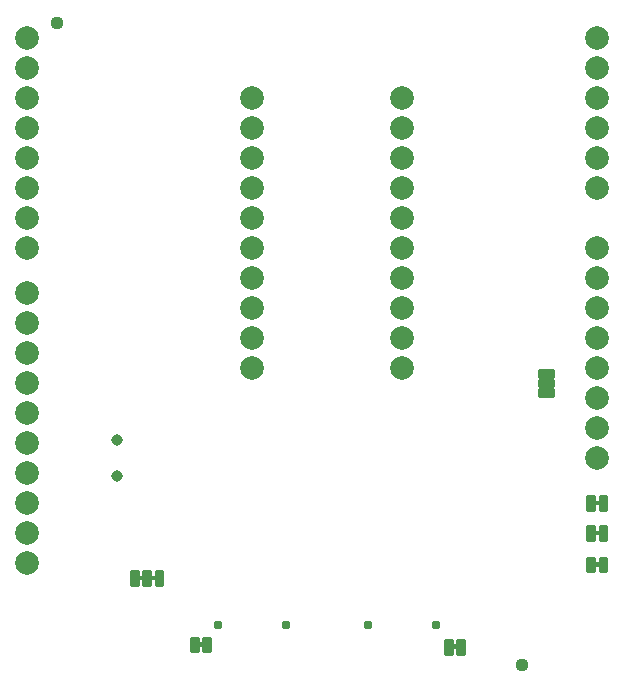
<source format=gbs>
G04 EAGLE Gerber RS-274X export*
G75*
%MOMM*%
%FSLAX34Y34*%
%LPD*%
%INSoldermask Bottom*%
%IPPOS*%
%AMOC8*
5,1,8,0,0,1.08239X$1,22.5*%
G01*
%ADD10C,0.228344*%
%ADD11C,1.127000*%
%ADD12C,2.006600*%
%ADD13C,0.777000*%
%ADD14C,0.977000*%
%ADD15C,0.228600*%

G36*
X509970Y150507D02*
X509970Y150507D01*
X510036Y150509D01*
X510079Y150527D01*
X510126Y150535D01*
X510183Y150569D01*
X510243Y150594D01*
X510278Y150625D01*
X510319Y150650D01*
X510361Y150701D01*
X510409Y150745D01*
X510431Y150787D01*
X510460Y150824D01*
X510481Y150886D01*
X510512Y150945D01*
X510520Y150999D01*
X510532Y151036D01*
X510531Y151076D01*
X510539Y151130D01*
X510539Y153670D01*
X510528Y153735D01*
X510526Y153801D01*
X510508Y153844D01*
X510500Y153891D01*
X510466Y153948D01*
X510441Y154008D01*
X510410Y154043D01*
X510385Y154084D01*
X510334Y154126D01*
X510290Y154174D01*
X510248Y154196D01*
X510211Y154225D01*
X510149Y154246D01*
X510090Y154277D01*
X510036Y154285D01*
X509999Y154297D01*
X509959Y154296D01*
X509905Y154304D01*
X506095Y154304D01*
X506030Y154293D01*
X505964Y154291D01*
X505921Y154273D01*
X505874Y154265D01*
X505817Y154231D01*
X505757Y154206D01*
X505722Y154175D01*
X505681Y154150D01*
X505640Y154099D01*
X505591Y154055D01*
X505569Y154013D01*
X505540Y153976D01*
X505519Y153914D01*
X505488Y153855D01*
X505480Y153801D01*
X505468Y153764D01*
X505468Y153761D01*
X505469Y153724D01*
X505461Y153670D01*
X505461Y151130D01*
X505472Y151065D01*
X505474Y150999D01*
X505492Y150956D01*
X505500Y150909D01*
X505534Y150852D01*
X505559Y150792D01*
X505590Y150757D01*
X505615Y150716D01*
X505666Y150675D01*
X505710Y150626D01*
X505752Y150604D01*
X505789Y150575D01*
X505851Y150554D01*
X505910Y150523D01*
X505964Y150515D01*
X506001Y150503D01*
X506041Y150504D01*
X506095Y150496D01*
X509905Y150496D01*
X509970Y150507D01*
G37*
G36*
X509970Y125107D02*
X509970Y125107D01*
X510036Y125109D01*
X510079Y125127D01*
X510126Y125135D01*
X510183Y125169D01*
X510243Y125194D01*
X510278Y125225D01*
X510319Y125250D01*
X510361Y125301D01*
X510409Y125345D01*
X510431Y125387D01*
X510460Y125424D01*
X510481Y125486D01*
X510512Y125545D01*
X510520Y125599D01*
X510532Y125636D01*
X510531Y125676D01*
X510539Y125730D01*
X510539Y128270D01*
X510528Y128335D01*
X510526Y128401D01*
X510508Y128444D01*
X510500Y128491D01*
X510466Y128548D01*
X510441Y128608D01*
X510410Y128643D01*
X510385Y128684D01*
X510334Y128726D01*
X510290Y128774D01*
X510248Y128796D01*
X510211Y128825D01*
X510149Y128846D01*
X510090Y128877D01*
X510036Y128885D01*
X509999Y128897D01*
X509959Y128896D01*
X509905Y128904D01*
X506095Y128904D01*
X506030Y128893D01*
X505964Y128891D01*
X505921Y128873D01*
X505874Y128865D01*
X505817Y128831D01*
X505757Y128806D01*
X505722Y128775D01*
X505681Y128750D01*
X505640Y128699D01*
X505591Y128655D01*
X505569Y128613D01*
X505540Y128576D01*
X505519Y128514D01*
X505488Y128455D01*
X505480Y128401D01*
X505468Y128364D01*
X505468Y128361D01*
X505469Y128324D01*
X505461Y128270D01*
X505461Y125730D01*
X505472Y125665D01*
X505474Y125599D01*
X505492Y125556D01*
X505500Y125509D01*
X505534Y125452D01*
X505559Y125392D01*
X505590Y125357D01*
X505615Y125316D01*
X505666Y125275D01*
X505710Y125226D01*
X505752Y125204D01*
X505789Y125175D01*
X505851Y125154D01*
X505910Y125123D01*
X505964Y125115D01*
X506001Y125103D01*
X506041Y125104D01*
X506095Y125096D01*
X509905Y125096D01*
X509970Y125107D01*
G37*
G36*
X509970Y98437D02*
X509970Y98437D01*
X510036Y98439D01*
X510079Y98457D01*
X510126Y98465D01*
X510183Y98499D01*
X510243Y98524D01*
X510278Y98555D01*
X510319Y98580D01*
X510361Y98631D01*
X510409Y98675D01*
X510431Y98717D01*
X510460Y98754D01*
X510481Y98816D01*
X510512Y98875D01*
X510520Y98929D01*
X510532Y98966D01*
X510531Y99006D01*
X510539Y99060D01*
X510539Y101600D01*
X510528Y101665D01*
X510526Y101731D01*
X510508Y101774D01*
X510500Y101821D01*
X510466Y101878D01*
X510441Y101938D01*
X510410Y101973D01*
X510385Y102014D01*
X510334Y102056D01*
X510290Y102104D01*
X510248Y102126D01*
X510211Y102155D01*
X510149Y102176D01*
X510090Y102207D01*
X510036Y102215D01*
X509999Y102227D01*
X509959Y102226D01*
X509905Y102234D01*
X506095Y102234D01*
X506030Y102223D01*
X505964Y102221D01*
X505921Y102203D01*
X505874Y102195D01*
X505817Y102161D01*
X505757Y102136D01*
X505722Y102105D01*
X505681Y102080D01*
X505640Y102029D01*
X505591Y101985D01*
X505569Y101943D01*
X505540Y101906D01*
X505519Y101844D01*
X505488Y101785D01*
X505480Y101731D01*
X505468Y101694D01*
X505468Y101691D01*
X505469Y101654D01*
X505461Y101600D01*
X505461Y99060D01*
X505472Y98995D01*
X505474Y98929D01*
X505492Y98886D01*
X505500Y98839D01*
X505534Y98782D01*
X505559Y98722D01*
X505590Y98687D01*
X505615Y98646D01*
X505666Y98605D01*
X505710Y98556D01*
X505752Y98534D01*
X505789Y98505D01*
X505851Y98484D01*
X505910Y98453D01*
X505964Y98445D01*
X506001Y98433D01*
X506041Y98434D01*
X506095Y98426D01*
X509905Y98426D01*
X509970Y98437D01*
G37*
G36*
X134050Y87007D02*
X134050Y87007D01*
X134116Y87009D01*
X134159Y87027D01*
X134206Y87035D01*
X134263Y87069D01*
X134323Y87094D01*
X134358Y87125D01*
X134399Y87150D01*
X134441Y87201D01*
X134489Y87245D01*
X134511Y87287D01*
X134540Y87324D01*
X134561Y87386D01*
X134592Y87445D01*
X134600Y87499D01*
X134612Y87536D01*
X134611Y87576D01*
X134619Y87630D01*
X134619Y90170D01*
X134608Y90235D01*
X134606Y90301D01*
X134588Y90344D01*
X134580Y90391D01*
X134546Y90448D01*
X134521Y90508D01*
X134490Y90543D01*
X134465Y90584D01*
X134414Y90626D01*
X134370Y90674D01*
X134328Y90696D01*
X134291Y90725D01*
X134229Y90746D01*
X134170Y90777D01*
X134116Y90785D01*
X134079Y90797D01*
X134039Y90796D01*
X133985Y90804D01*
X130175Y90804D01*
X130110Y90793D01*
X130044Y90791D01*
X130001Y90773D01*
X129954Y90765D01*
X129897Y90731D01*
X129837Y90706D01*
X129802Y90675D01*
X129761Y90650D01*
X129720Y90599D01*
X129671Y90555D01*
X129649Y90513D01*
X129620Y90476D01*
X129599Y90414D01*
X129568Y90355D01*
X129560Y90301D01*
X129548Y90264D01*
X129548Y90261D01*
X129549Y90224D01*
X129541Y90170D01*
X129541Y87630D01*
X129552Y87565D01*
X129554Y87499D01*
X129572Y87456D01*
X129580Y87409D01*
X129614Y87352D01*
X129639Y87292D01*
X129670Y87257D01*
X129695Y87216D01*
X129746Y87175D01*
X129790Y87126D01*
X129832Y87104D01*
X129869Y87075D01*
X129931Y87054D01*
X129990Y87023D01*
X130044Y87015D01*
X130081Y87003D01*
X130121Y87004D01*
X130175Y86996D01*
X133985Y86996D01*
X134050Y87007D01*
G37*
G36*
X123890Y87007D02*
X123890Y87007D01*
X123956Y87009D01*
X123999Y87027D01*
X124046Y87035D01*
X124103Y87069D01*
X124163Y87094D01*
X124198Y87125D01*
X124239Y87150D01*
X124281Y87201D01*
X124329Y87245D01*
X124351Y87287D01*
X124380Y87324D01*
X124401Y87386D01*
X124432Y87445D01*
X124440Y87499D01*
X124452Y87536D01*
X124451Y87576D01*
X124459Y87630D01*
X124459Y90170D01*
X124448Y90235D01*
X124446Y90301D01*
X124428Y90344D01*
X124420Y90391D01*
X124386Y90448D01*
X124361Y90508D01*
X124330Y90543D01*
X124305Y90584D01*
X124254Y90626D01*
X124210Y90674D01*
X124168Y90696D01*
X124131Y90725D01*
X124069Y90746D01*
X124010Y90777D01*
X123956Y90785D01*
X123919Y90797D01*
X123879Y90796D01*
X123825Y90804D01*
X120015Y90804D01*
X119950Y90793D01*
X119884Y90791D01*
X119841Y90773D01*
X119794Y90765D01*
X119737Y90731D01*
X119677Y90706D01*
X119642Y90675D01*
X119601Y90650D01*
X119560Y90599D01*
X119511Y90555D01*
X119489Y90513D01*
X119460Y90476D01*
X119439Y90414D01*
X119408Y90355D01*
X119400Y90301D01*
X119388Y90264D01*
X119388Y90261D01*
X119389Y90224D01*
X119381Y90170D01*
X119381Y87630D01*
X119392Y87565D01*
X119394Y87499D01*
X119412Y87456D01*
X119420Y87409D01*
X119454Y87352D01*
X119479Y87292D01*
X119510Y87257D01*
X119535Y87216D01*
X119586Y87175D01*
X119630Y87126D01*
X119672Y87104D01*
X119709Y87075D01*
X119771Y87054D01*
X119830Y87023D01*
X119884Y87015D01*
X119921Y87003D01*
X119961Y87004D01*
X120015Y86996D01*
X123825Y86996D01*
X123890Y87007D01*
G37*
G36*
X174436Y30619D02*
X174436Y30619D01*
X174502Y30621D01*
X174545Y30639D01*
X174592Y30647D01*
X174649Y30681D01*
X174709Y30706D01*
X174744Y30737D01*
X174785Y30762D01*
X174827Y30813D01*
X174875Y30857D01*
X174897Y30899D01*
X174926Y30936D01*
X174947Y30998D01*
X174978Y31057D01*
X174986Y31111D01*
X174998Y31148D01*
X174997Y31188D01*
X175005Y31242D01*
X175005Y33782D01*
X174994Y33847D01*
X174992Y33913D01*
X174974Y33956D01*
X174966Y34003D01*
X174932Y34060D01*
X174907Y34120D01*
X174876Y34155D01*
X174851Y34196D01*
X174800Y34238D01*
X174756Y34286D01*
X174714Y34308D01*
X174677Y34337D01*
X174615Y34358D01*
X174556Y34389D01*
X174502Y34397D01*
X174465Y34409D01*
X174425Y34408D01*
X174371Y34416D01*
X170561Y34416D01*
X170496Y34405D01*
X170430Y34403D01*
X170387Y34385D01*
X170340Y34377D01*
X170283Y34343D01*
X170223Y34318D01*
X170188Y34287D01*
X170147Y34262D01*
X170106Y34211D01*
X170057Y34167D01*
X170035Y34125D01*
X170006Y34088D01*
X169985Y34026D01*
X169954Y33967D01*
X169946Y33913D01*
X169934Y33876D01*
X169934Y33873D01*
X169935Y33836D01*
X169927Y33782D01*
X169927Y31242D01*
X169938Y31177D01*
X169940Y31111D01*
X169958Y31068D01*
X169966Y31021D01*
X170000Y30964D01*
X170025Y30904D01*
X170056Y30869D01*
X170081Y30828D01*
X170132Y30787D01*
X170176Y30738D01*
X170218Y30716D01*
X170255Y30687D01*
X170317Y30666D01*
X170376Y30635D01*
X170430Y30627D01*
X170467Y30615D01*
X170507Y30616D01*
X170561Y30608D01*
X174371Y30608D01*
X174436Y30619D01*
G37*
G36*
X389574Y28841D02*
X389574Y28841D01*
X389640Y28843D01*
X389683Y28861D01*
X389730Y28869D01*
X389787Y28903D01*
X389847Y28928D01*
X389882Y28959D01*
X389923Y28984D01*
X389965Y29035D01*
X390013Y29079D01*
X390035Y29121D01*
X390064Y29158D01*
X390085Y29220D01*
X390116Y29279D01*
X390124Y29333D01*
X390136Y29370D01*
X390135Y29410D01*
X390143Y29464D01*
X390143Y32004D01*
X390132Y32069D01*
X390130Y32135D01*
X390112Y32178D01*
X390104Y32225D01*
X390070Y32282D01*
X390045Y32342D01*
X390014Y32377D01*
X389989Y32418D01*
X389938Y32460D01*
X389894Y32508D01*
X389852Y32530D01*
X389815Y32559D01*
X389753Y32580D01*
X389694Y32611D01*
X389640Y32619D01*
X389603Y32631D01*
X389563Y32630D01*
X389509Y32638D01*
X385699Y32638D01*
X385634Y32627D01*
X385568Y32625D01*
X385525Y32607D01*
X385478Y32599D01*
X385421Y32565D01*
X385361Y32540D01*
X385326Y32509D01*
X385285Y32484D01*
X385244Y32433D01*
X385195Y32389D01*
X385173Y32347D01*
X385144Y32310D01*
X385123Y32248D01*
X385092Y32189D01*
X385084Y32135D01*
X385072Y32098D01*
X385072Y32095D01*
X385073Y32058D01*
X385065Y32004D01*
X385065Y29464D01*
X385076Y29399D01*
X385078Y29333D01*
X385096Y29290D01*
X385104Y29243D01*
X385138Y29186D01*
X385163Y29126D01*
X385194Y29091D01*
X385219Y29050D01*
X385270Y29009D01*
X385314Y28960D01*
X385356Y28938D01*
X385393Y28909D01*
X385455Y28888D01*
X385514Y28857D01*
X385568Y28849D01*
X385605Y28837D01*
X385645Y28838D01*
X385699Y28830D01*
X389509Y28830D01*
X389574Y28841D01*
G37*
D10*
X134618Y94744D02*
X140210Y94744D01*
X140210Y83056D01*
X134618Y83056D01*
X134618Y94744D01*
X134618Y85225D02*
X140210Y85225D01*
X140210Y87394D02*
X134618Y87394D01*
X134618Y89563D02*
X140210Y89563D01*
X140210Y91732D02*
X134618Y91732D01*
X134618Y93901D02*
X140210Y93901D01*
X129796Y94744D02*
X124204Y94744D01*
X129796Y94744D02*
X129796Y83056D01*
X124204Y83056D01*
X124204Y94744D01*
X124204Y85225D02*
X129796Y85225D01*
X129796Y87394D02*
X124204Y87394D01*
X124204Y89563D02*
X129796Y89563D01*
X129796Y91732D02*
X124204Y91732D01*
X124204Y93901D02*
X129796Y93901D01*
X119382Y94744D02*
X113790Y94744D01*
X119382Y94744D02*
X119382Y83056D01*
X113790Y83056D01*
X113790Y94744D01*
X113790Y85225D02*
X119382Y85225D01*
X119382Y87394D02*
X113790Y87394D01*
X113790Y89563D02*
X119382Y89563D01*
X119382Y91732D02*
X113790Y91732D01*
X113790Y93901D02*
X119382Y93901D01*
D11*
X50800Y558800D03*
X444500Y15240D03*
D12*
X342900Y495300D03*
X342900Y469900D03*
X342900Y444500D03*
X342900Y419100D03*
X342900Y393700D03*
X342900Y368300D03*
X342900Y342900D03*
X342900Y317500D03*
X342900Y292100D03*
X342900Y266700D03*
X215900Y495300D03*
X215900Y469900D03*
X215900Y444500D03*
X215900Y419100D03*
X215900Y393700D03*
X215900Y368300D03*
X215900Y342900D03*
X215900Y317500D03*
X215900Y292100D03*
X215900Y266700D03*
D10*
X510411Y106174D02*
X516003Y106174D01*
X516003Y94486D01*
X510411Y94486D01*
X510411Y106174D01*
X510411Y96655D02*
X516003Y96655D01*
X516003Y98824D02*
X510411Y98824D01*
X510411Y100993D02*
X516003Y100993D01*
X516003Y103162D02*
X510411Y103162D01*
X510411Y105331D02*
X516003Y105331D01*
X505589Y106174D02*
X499997Y106174D01*
X505589Y106174D02*
X505589Y94486D01*
X499997Y94486D01*
X499997Y106174D01*
X499997Y96655D02*
X505589Y96655D01*
X505589Y98824D02*
X499997Y98824D01*
X499997Y100993D02*
X505589Y100993D01*
X505589Y103162D02*
X499997Y103162D01*
X499997Y105331D02*
X505589Y105331D01*
X510411Y158244D02*
X516003Y158244D01*
X516003Y146556D01*
X510411Y146556D01*
X510411Y158244D01*
X510411Y148725D02*
X516003Y148725D01*
X516003Y150894D02*
X510411Y150894D01*
X510411Y153063D02*
X516003Y153063D01*
X516003Y155232D02*
X510411Y155232D01*
X510411Y157401D02*
X516003Y157401D01*
X505589Y158244D02*
X499997Y158244D01*
X505589Y158244D02*
X505589Y146556D01*
X499997Y146556D01*
X499997Y158244D01*
X499997Y148725D02*
X505589Y148725D01*
X505589Y150894D02*
X499997Y150894D01*
X499997Y153063D02*
X505589Y153063D01*
X505589Y155232D02*
X499997Y155232D01*
X499997Y157401D02*
X505589Y157401D01*
X510411Y132844D02*
X516003Y132844D01*
X516003Y121156D01*
X510411Y121156D01*
X510411Y132844D01*
X510411Y123325D02*
X516003Y123325D01*
X516003Y125494D02*
X510411Y125494D01*
X510411Y127663D02*
X516003Y127663D01*
X516003Y129832D02*
X510411Y129832D01*
X510411Y132001D02*
X516003Y132001D01*
X505589Y132844D02*
X499997Y132844D01*
X505589Y132844D02*
X505589Y121156D01*
X499997Y121156D01*
X499997Y132844D01*
X499997Y123325D02*
X505589Y123325D01*
X505589Y125494D02*
X499997Y125494D01*
X499997Y127663D02*
X505589Y127663D01*
X505589Y129832D02*
X499997Y129832D01*
X499997Y132001D02*
X505589Y132001D01*
D13*
X314000Y49050D03*
X371800Y49050D03*
D10*
X390015Y36578D02*
X395607Y36578D01*
X395607Y24890D01*
X390015Y24890D01*
X390015Y36578D01*
X390015Y27059D02*
X395607Y27059D01*
X395607Y29228D02*
X390015Y29228D01*
X390015Y31397D02*
X395607Y31397D01*
X395607Y33566D02*
X390015Y33566D01*
X390015Y35735D02*
X395607Y35735D01*
X385193Y36578D02*
X379601Y36578D01*
X385193Y36578D02*
X385193Y24890D01*
X379601Y24890D01*
X379601Y36578D01*
X379601Y27059D02*
X385193Y27059D01*
X385193Y29228D02*
X379601Y29228D01*
X379601Y31397D02*
X385193Y31397D01*
X385193Y33566D02*
X379601Y33566D01*
X379601Y35735D02*
X385193Y35735D01*
D12*
X508000Y241300D03*
X508000Y266700D03*
X508000Y292100D03*
X508000Y317500D03*
X508000Y342900D03*
X508000Y368300D03*
X508000Y419100D03*
X508000Y444500D03*
X508000Y469900D03*
X508000Y495300D03*
X508000Y520700D03*
X508000Y546100D03*
X25400Y546100D03*
X25400Y520700D03*
X25400Y495300D03*
X25400Y469900D03*
X25400Y444500D03*
X25400Y419100D03*
X25400Y393700D03*
X25400Y368300D03*
X25400Y330200D03*
X25400Y304800D03*
X25400Y279400D03*
X25400Y254000D03*
X25400Y228600D03*
X25400Y203200D03*
X25400Y177800D03*
X25400Y152400D03*
X25400Y127000D03*
X25400Y101600D03*
X508000Y215900D03*
X508000Y190500D03*
D14*
X101600Y175500D03*
X101600Y205500D03*
D13*
X187000Y49050D03*
X244800Y49050D03*
D10*
X170055Y26668D02*
X164463Y26668D01*
X164463Y38356D01*
X170055Y38356D01*
X170055Y26668D01*
X170055Y28837D02*
X164463Y28837D01*
X164463Y31006D02*
X170055Y31006D01*
X170055Y33175D02*
X164463Y33175D01*
X164463Y35344D02*
X170055Y35344D01*
X170055Y37513D02*
X164463Y37513D01*
X174877Y26668D02*
X180469Y26668D01*
X174877Y26668D02*
X174877Y38356D01*
X180469Y38356D01*
X180469Y26668D01*
X180469Y28837D02*
X174877Y28837D01*
X174877Y31006D02*
X180469Y31006D01*
X180469Y33175D02*
X174877Y33175D01*
X174877Y35344D02*
X180469Y35344D01*
X180469Y37513D02*
X174877Y37513D01*
D15*
X470662Y243205D02*
X470662Y248539D01*
X470662Y243205D02*
X458978Y243205D01*
X458978Y248539D01*
X470662Y248539D01*
X470662Y245377D02*
X458978Y245377D01*
X458978Y247549D02*
X470662Y247549D01*
X470662Y251333D02*
X470662Y256667D01*
X470662Y251333D02*
X458978Y251333D01*
X458978Y256667D01*
X470662Y256667D01*
X470662Y253505D02*
X458978Y253505D01*
X458978Y255677D02*
X470662Y255677D01*
X470662Y259461D02*
X470662Y264795D01*
X470662Y259461D02*
X458978Y259461D01*
X458978Y264795D01*
X470662Y264795D01*
X470662Y261633D02*
X458978Y261633D01*
X458978Y263805D02*
X470662Y263805D01*
M02*

</source>
